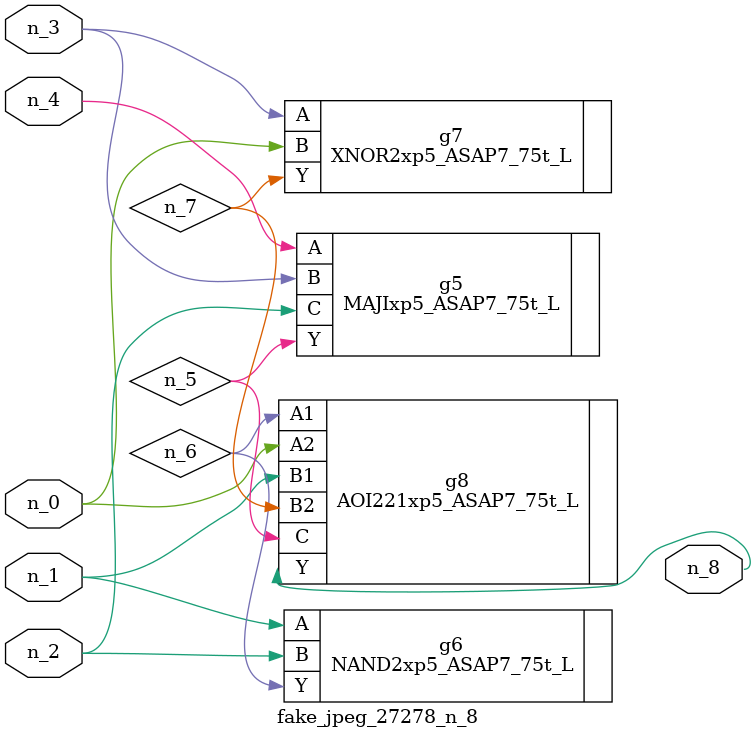
<source format=v>
module fake_jpeg_27278_n_8 (n_3, n_2, n_1, n_0, n_4, n_8);

input n_3;
input n_2;
input n_1;
input n_0;
input n_4;

output n_8;

wire n_6;
wire n_5;
wire n_7;

MAJIxp5_ASAP7_75t_L g5 ( 
.A(n_4),
.B(n_3),
.C(n_2),
.Y(n_5)
);

NAND2xp5_ASAP7_75t_L g6 ( 
.A(n_1),
.B(n_2),
.Y(n_6)
);

XNOR2xp5_ASAP7_75t_L g7 ( 
.A(n_3),
.B(n_0),
.Y(n_7)
);

AOI221xp5_ASAP7_75t_L g8 ( 
.A1(n_6),
.A2(n_0),
.B1(n_1),
.B2(n_7),
.C(n_5),
.Y(n_8)
);


endmodule
</source>
